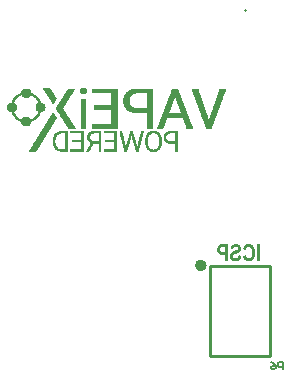
<source format=gbo>
G04 Layer_Color=32896*
%FSLAX44Y44*%
%MOMM*%
G71*
G01*
G75*
%ADD49C,0.1500*%
%ADD53C,0.5080*%
%ADD54C,0.2540*%
%ADD55C,0.0254*%
G36*
X639304Y322627D02*
X636934D01*
Y328023D01*
X635009D01*
X634649Y328044D01*
X634311Y328065D01*
X634014Y328086D01*
X633739Y328129D01*
X633507Y328150D01*
X633274Y328192D01*
X633083Y328234D01*
X632914Y328277D01*
X632766Y328319D01*
X632660Y328340D01*
X632555Y328382D01*
X632470Y328404D01*
X632428Y328425D01*
X632385Y328446D01*
X632068Y328636D01*
X631772Y328848D01*
X631518Y329102D01*
X631306Y329334D01*
X631137Y329546D01*
X631010Y329737D01*
X630925Y329864D01*
X630904Y329885D01*
Y329906D01*
X630714Y330329D01*
X630566Y330752D01*
X630460Y331196D01*
X630375Y331598D01*
X630333Y331958D01*
Y332127D01*
X630312Y332254D01*
Y332360D01*
Y332445D01*
Y332487D01*
Y332508D01*
X630333Y333122D01*
X630418Y333672D01*
X630523Y334137D01*
X630650Y334539D01*
X630735Y334730D01*
X630798Y334878D01*
X630841Y335005D01*
X630904Y335111D01*
X630947Y335195D01*
X630989Y335259D01*
X631010Y335280D01*
Y335301D01*
X631285Y335682D01*
X631560Y335978D01*
X631856Y336232D01*
X632110Y336423D01*
X632364Y336549D01*
X632555Y336655D01*
X632682Y336698D01*
X632703Y336719D01*
X632724D01*
X632872Y336761D01*
X633041Y336782D01*
X633232Y336824D01*
X633443Y336846D01*
X633887Y336888D01*
X634374Y336909D01*
X634797Y336930D01*
X639304D01*
Y322627D01*
D02*
G37*
G36*
X646582Y337142D02*
X647048Y337078D01*
X647429Y337015D01*
X647767Y336930D01*
X648042Y336824D01*
X648254Y336761D01*
X648381Y336698D01*
X648402Y336676D01*
X648423D01*
X648762Y336486D01*
X649037Y336253D01*
X649291Y336021D01*
X649502Y335788D01*
X649671Y335576D01*
X649777Y335407D01*
X649862Y335301D01*
X649883Y335280D01*
Y335259D01*
X650052Y334899D01*
X650179Y334539D01*
X650285Y334180D01*
X650349Y333862D01*
X650391Y333587D01*
X650412Y333355D01*
Y333270D01*
Y333206D01*
Y333185D01*
Y333164D01*
X650391Y332804D01*
X650349Y332445D01*
X650285Y332127D01*
X650201Y331852D01*
X650137Y331620D01*
X650073Y331429D01*
X650031Y331323D01*
X650010Y331281D01*
X649841Y330964D01*
X649650Y330689D01*
X649460Y330456D01*
X649291Y330266D01*
X649121Y330096D01*
X648994Y329990D01*
X648910Y329906D01*
X648889Y329885D01*
X648592Y329694D01*
X648254Y329504D01*
X647873Y329334D01*
X647513Y329186D01*
X647175Y329059D01*
X647048Y329017D01*
X646921Y328975D01*
X646815Y328932D01*
X646730Y328911D01*
X646688Y328890D01*
X646667D01*
X646371Y328806D01*
X646096Y328721D01*
X645842Y328636D01*
X645630Y328552D01*
X645419Y328488D01*
X645249Y328425D01*
X645101Y328382D01*
X644974Y328340D01*
X644784Y328256D01*
X644636Y328192D01*
X644572Y328171D01*
X644551Y328150D01*
X644403Y328065D01*
X644255Y327980D01*
X644149Y327875D01*
X644065Y327790D01*
X643938Y327663D01*
X643895Y327621D01*
Y327599D01*
X643811Y327473D01*
X643768Y327324D01*
X643684Y327071D01*
Y326944D01*
X643663Y326859D01*
Y326796D01*
Y326774D01*
X643684Y326478D01*
X643768Y326203D01*
X643853Y325970D01*
X643980Y325759D01*
X644086Y325611D01*
X644192Y325484D01*
X644276Y325399D01*
X644297Y325378D01*
X644551Y325187D01*
X644826Y325061D01*
X645101Y324955D01*
X645355Y324891D01*
X645609Y324849D01*
X645799Y324828D01*
X645969D01*
X646350Y324849D01*
X646709Y324955D01*
X647006Y325082D01*
X647281Y325251D01*
X647534Y325463D01*
X647746Y325695D01*
X647915Y325949D01*
X648064Y326203D01*
X648190Y326457D01*
X648296Y326711D01*
X648381Y326944D01*
X648444Y327155D01*
X648487Y327324D01*
X648508Y327451D01*
X648529Y327557D01*
Y327578D01*
X650835Y327303D01*
X650772Y326859D01*
X650708Y326436D01*
X650602Y326055D01*
X650497Y325674D01*
X650349Y325336D01*
X650201Y325018D01*
X650052Y324743D01*
X649883Y324468D01*
X649693Y324214D01*
X649502Y323982D01*
X649100Y323601D01*
X648677Y323262D01*
X648254Y323008D01*
X647831Y322797D01*
X647429Y322649D01*
X647048Y322543D01*
X646709Y322479D01*
X646434Y322437D01*
X646223Y322395D01*
X646032D01*
X645588Y322416D01*
X645186Y322458D01*
X644805Y322500D01*
X644445Y322585D01*
X644128Y322691D01*
X643832Y322797D01*
X643557Y322902D01*
X643324Y323029D01*
X643134Y323135D01*
X642943Y323241D01*
X642795Y323347D01*
X642668Y323452D01*
X642583Y323537D01*
X642520Y323579D01*
X642478Y323622D01*
X642457Y323643D01*
X642245Y323897D01*
X642076Y324151D01*
X641906Y324405D01*
X641779Y324659D01*
X641568Y325187D01*
X641441Y325695D01*
X641399Y325907D01*
X641356Y326119D01*
X641335Y326309D01*
X641314Y326457D01*
X641293Y326605D01*
Y326690D01*
Y326753D01*
Y326774D01*
X641314Y327240D01*
X641356Y327663D01*
X641420Y328044D01*
X641504Y328361D01*
X641589Y328615D01*
X641653Y328806D01*
X641695Y328932D01*
X641716Y328975D01*
X641885Y329292D01*
X642076Y329588D01*
X642287Y329842D01*
X642478Y330054D01*
X642668Y330223D01*
X642816Y330329D01*
X642901Y330414D01*
X642943Y330435D01*
X643091Y330541D01*
X643282Y330646D01*
X643684Y330858D01*
X644107Y331027D01*
X644530Y331196D01*
X644911Y331344D01*
X645080Y331387D01*
X645228Y331450D01*
X645355Y331493D01*
X645440Y331514D01*
X645503Y331535D01*
X645525D01*
X645821Y331620D01*
X646096Y331704D01*
X646350Y331789D01*
X646561Y331874D01*
X646773Y331958D01*
X646942Y332022D01*
X647090Y332106D01*
X647238Y332170D01*
X647450Y332276D01*
X647577Y332360D01*
X647662Y332402D01*
X647683Y332424D01*
X647831Y332572D01*
X647958Y332741D01*
X648042Y332889D01*
X648085Y333037D01*
X648127Y333185D01*
X648148Y333291D01*
Y333355D01*
Y333376D01*
X648127Y333587D01*
X648064Y333778D01*
X647979Y333947D01*
X647894Y334095D01*
X647810Y334222D01*
X647725Y334307D01*
X647662Y334349D01*
X647640Y334370D01*
X647429Y334497D01*
X647175Y334603D01*
X646942Y334666D01*
X646709Y334730D01*
X646498Y334751D01*
X646307Y334772D01*
X646159D01*
X645821Y334751D01*
X645525Y334709D01*
X645271Y334624D01*
X645059Y334539D01*
X644890Y334455D01*
X644763Y334370D01*
X644699Y334328D01*
X644678Y334307D01*
X644488Y334095D01*
X644340Y333862D01*
X644234Y333587D01*
X644128Y333333D01*
X644065Y333079D01*
X644022Y332889D01*
X644001Y332804D01*
X643980Y332741D01*
Y332720D01*
Y332699D01*
X641610Y332826D01*
X641631Y333206D01*
X641695Y333566D01*
X641758Y333884D01*
X641843Y334201D01*
X641928Y334476D01*
X642033Y334751D01*
X642160Y334984D01*
X642266Y335195D01*
X642372Y335386D01*
X642478Y335555D01*
X642583Y335703D01*
X642668Y335809D01*
X642753Y335894D01*
X642816Y335978D01*
X642837Y335999D01*
X642859Y336021D01*
X643091Y336232D01*
X643324Y336401D01*
X643599Y336549D01*
X643853Y336676D01*
X644403Y336888D01*
X644911Y337015D01*
X645165Y337078D01*
X645376Y337100D01*
X645588Y337121D01*
X645757Y337142D01*
X645905Y337163D01*
X646096D01*
X646582Y337142D01*
D02*
G37*
G36*
X666683Y322627D02*
X664313D01*
Y336930D01*
X666683D01*
Y322627D01*
D02*
G37*
G36*
X657415Y337142D02*
X657839Y337078D01*
X658219Y336994D01*
X658600Y336888D01*
X658939Y336740D01*
X659256Y336592D01*
X659552Y336423D01*
X659806Y336274D01*
X660039Y336105D01*
X660251Y335936D01*
X660420Y335788D01*
X660568Y335640D01*
X660674Y335534D01*
X660758Y335449D01*
X660801Y335386D01*
X660822Y335365D01*
X661118Y334963D01*
X661372Y334518D01*
X661584Y334074D01*
X661774Y333609D01*
X661943Y333122D01*
X662070Y332656D01*
X662176Y332191D01*
X662261Y331725D01*
X662324Y331302D01*
X662388Y330921D01*
X662430Y330562D01*
X662451Y330244D01*
Y330012D01*
X662472Y329821D01*
Y329694D01*
Y329673D01*
Y329652D01*
X662451Y329017D01*
X662409Y328425D01*
X662324Y327853D01*
X662218Y327324D01*
X662091Y326838D01*
X661964Y326394D01*
X661816Y325970D01*
X661647Y325611D01*
X661499Y325272D01*
X661351Y324976D01*
X661224Y324722D01*
X661097Y324532D01*
X660991Y324362D01*
X660907Y324235D01*
X660864Y324172D01*
X660843Y324151D01*
X660568Y323833D01*
X660272Y323579D01*
X659976Y323347D01*
X659658Y323135D01*
X659341Y322966D01*
X659045Y322818D01*
X658748Y322712D01*
X658452Y322606D01*
X658177Y322543D01*
X657923Y322479D01*
X657691Y322458D01*
X657500Y322416D01*
X657331D01*
X657225Y322395D01*
X657119D01*
X656781Y322416D01*
X656463Y322437D01*
X655871Y322564D01*
X655342Y322733D01*
X655109Y322839D01*
X654898Y322945D01*
X654707Y323050D01*
X654538Y323156D01*
X654390Y323241D01*
X654284Y323326D01*
X654178Y323389D01*
X654115Y323452D01*
X654072Y323474D01*
X654051Y323495D01*
X653819Y323728D01*
X653607Y323960D01*
X653247Y324510D01*
X652930Y325103D01*
X652676Y325674D01*
X652570Y325949D01*
X652486Y326203D01*
X652422Y326436D01*
X652359Y326626D01*
X652316Y326796D01*
X652274Y326922D01*
X652253Y327007D01*
Y327028D01*
X654559Y327917D01*
X654686Y327346D01*
X654855Y326880D01*
X655003Y326478D01*
X655173Y326161D01*
X655321Y325907D01*
X655448Y325738D01*
X655532Y325632D01*
X655554Y325589D01*
X655807Y325357D01*
X656082Y325166D01*
X656357Y325039D01*
X656611Y324955D01*
X656823Y324912D01*
X657013Y324891D01*
X657119Y324870D01*
X657161D01*
X657394Y324891D01*
X657606Y324912D01*
X658029Y325039D01*
X658367Y325230D01*
X658664Y325441D01*
X658918Y325632D01*
X659087Y325822D01*
X659193Y325949D01*
X659235Y325970D01*
Y325992D01*
X659362Y326224D01*
X659489Y326478D01*
X659595Y326774D01*
X659679Y327071D01*
X659827Y327705D01*
X659912Y328340D01*
X659954Y328636D01*
X659976Y328911D01*
X659997Y329165D01*
Y329377D01*
X660018Y329567D01*
Y329694D01*
Y329800D01*
Y329821D01*
Y330287D01*
X659976Y330731D01*
X659933Y331133D01*
X659891Y331493D01*
X659827Y331831D01*
X659764Y332149D01*
X659700Y332424D01*
X659616Y332656D01*
X659531Y332868D01*
X659468Y333058D01*
X659404Y333206D01*
X659341Y333333D01*
X659277Y333418D01*
X659256Y333503D01*
X659214Y333524D01*
Y333545D01*
X659045Y333757D01*
X658875Y333926D01*
X658706Y334074D01*
X658537Y334201D01*
X658177Y334412D01*
X657839Y334539D01*
X657542Y334624D01*
X657310Y334666D01*
X657225Y334688D01*
X657098D01*
X656759Y334666D01*
X656463Y334582D01*
X656209Y334497D01*
X655977Y334370D01*
X655786Y334264D01*
X655638Y334159D01*
X655554Y334074D01*
X655532Y334053D01*
X655300Y333799D01*
X655109Y333524D01*
X654940Y333228D01*
X654813Y332931D01*
X654728Y332677D01*
X654665Y332466D01*
X654644Y332381D01*
Y332318D01*
X654622Y332297D01*
Y332276D01*
X652274Y332953D01*
X652359Y333291D01*
X652464Y333609D01*
X652570Y333905D01*
X652676Y334201D01*
X652803Y334455D01*
X652909Y334688D01*
X653036Y334878D01*
X653141Y335068D01*
X653247Y335238D01*
X653353Y335386D01*
X653438Y335513D01*
X653522Y335619D01*
X653586Y335682D01*
X653628Y335746D01*
X653649Y335788D01*
X653670D01*
X653924Y336021D01*
X654199Y336232D01*
X654474Y336423D01*
X654750Y336592D01*
X655024Y336719D01*
X655300Y336824D01*
X655828Y336994D01*
X656061Y337057D01*
X656273Y337100D01*
X656463Y337121D01*
X656633Y337142D01*
X656781Y337163D01*
X656971D01*
X657415Y337142D01*
D02*
G37*
%LPC*%
G36*
X636934Y334518D02*
X635284D01*
X635072Y334497D01*
X634861D01*
X634522Y334476D01*
X634268Y334434D01*
X634078Y334412D01*
X633951Y334370D01*
X633887Y334349D01*
X633866D01*
X633697Y334264D01*
X633549Y334180D01*
X633422Y334053D01*
X633295Y333947D01*
X633210Y333841D01*
X633147Y333757D01*
X633105Y333693D01*
X633083Y333672D01*
X632978Y333481D01*
X632893Y333270D01*
X632851Y333079D01*
X632808Y332889D01*
X632787Y332720D01*
X632766Y332593D01*
Y332508D01*
Y332466D01*
X632787Y332212D01*
X632808Y331979D01*
X632872Y331789D01*
X632914Y331620D01*
X632978Y331471D01*
X633041Y331366D01*
X633062Y331302D01*
X633083Y331281D01*
X633210Y331112D01*
X633337Y330964D01*
X633464Y330858D01*
X633591Y330752D01*
X633697Y330689D01*
X633782Y330646D01*
X633845Y330604D01*
X633866D01*
X634078Y330541D01*
X634332Y330498D01*
X634628Y330477D01*
X634924Y330456D01*
X635199Y330435D01*
X636934D01*
Y334518D01*
D02*
G37*
%LPD*%
D49*
X685841Y231224D02*
Y237222D01*
X682841D01*
X681842Y236222D01*
Y234223D01*
X682841Y233223D01*
X685841D01*
X675844Y237222D02*
X677843Y236222D01*
X679842Y234223D01*
Y232224D01*
X678843Y231224D01*
X676843D01*
X675844Y232224D01*
Y233223D01*
X676843Y234223D01*
X679842D01*
D53*
X619005Y318897D02*
G03*
X619005Y318897I-2540J0D01*
G01*
D54*
X624085Y242697D02*
X674885D01*
Y318897D01*
X624085D02*
X674885D01*
X624085Y242697D02*
Y318897D01*
X653622Y535098D02*
X653640Y535080D01*
D55*
X515695Y469232D02*
X517473D01*
X515187Y468978D02*
X518235D01*
X483183D02*
X488263D01*
X632535Y468724D02*
X637107D01*
X608659D02*
X613485D01*
X592403D02*
X596213D01*
X560145D02*
X575131D01*
X524331D02*
X545159D01*
X514933D02*
X518489D01*
X504011D02*
X509345D01*
X483183D02*
X488517D01*
X466927D02*
X469467D01*
X632281Y468470D02*
X637107D01*
X608659D02*
X613485D01*
X592149D02*
X596467D01*
X558875D02*
X575131D01*
X524331D02*
X545159D01*
X514679D02*
X518743D01*
X504011D02*
X509091D01*
X483437D02*
X488771D01*
X466419D02*
X470229D01*
X632281Y468216D02*
X637107D01*
X608913D02*
X613485D01*
X592149D02*
X596467D01*
X557859D02*
X575131D01*
X524331D02*
X545159D01*
X514425D02*
X518743D01*
X503757D02*
X508837D01*
X483691D02*
X488771D01*
X465911D02*
X470483D01*
X632281Y467962D02*
X636853D01*
X608913D02*
X613739D01*
X592149D02*
X596467D01*
X557097D02*
X575131D01*
X524331D02*
X545159D01*
X514425D02*
X518997D01*
X503757D02*
X508837D01*
X483691D02*
X489025D01*
X465657D02*
X470737D01*
X632027Y467708D02*
X636853D01*
X608913D02*
X613739D01*
X591895D02*
X596721D01*
X556589D02*
X575131D01*
X524331D02*
X545159D01*
X514171D02*
X518997D01*
X503503D02*
X508583D01*
X483945D02*
X489025D01*
X465403D02*
X470991D01*
X632027Y467454D02*
X636853D01*
X609167D02*
X613993D01*
X591895D02*
X596721D01*
X556081D02*
X575131D01*
X524331D02*
X545159D01*
X514171D02*
X518997D01*
X503249D02*
X508329D01*
X483945D02*
X489279D01*
X465149D02*
X471245D01*
X632027Y467200D02*
X636599D01*
X609167D02*
X613993D01*
X591641D02*
X596975D01*
X555573D02*
X575131D01*
X524331D02*
X545159D01*
X514171D02*
X518997D01*
X503249D02*
X508329D01*
X484199D02*
X489533D01*
X465149D02*
X471499D01*
X631773Y466946D02*
X636599D01*
X609421D02*
X613993D01*
X591641D02*
X596975D01*
X555065D02*
X575131D01*
X524331D02*
X545159D01*
X514171D02*
X519251D01*
X502995D02*
X508075D01*
X484453D02*
X489533D01*
X464895D02*
X471499D01*
X631773Y466692D02*
X636345D01*
X609421D02*
X614247D01*
X591641D02*
X596975D01*
X554811D02*
X575131D01*
X524331D02*
X545159D01*
X514171D02*
X518997D01*
X502741D02*
X507821D01*
X484453D02*
X489787D01*
X464895D02*
X471753D01*
X631773Y466438D02*
X636345D01*
X609421D02*
X614247D01*
X591387D02*
X597229D01*
X554557D02*
X575131D01*
X524331D02*
X545159D01*
X514171D02*
X518997D01*
X502741D02*
X507821D01*
X484707D02*
X490041D01*
X464641D02*
X471753D01*
X631519Y466184D02*
X636345D01*
X609675D02*
X614247D01*
X591387D02*
X597229D01*
X554049D02*
X575131D01*
X524331D02*
X545159D01*
X514171D02*
X518997D01*
X502487D02*
X507567D01*
X484961D02*
X490041D01*
X464641D02*
X472007D01*
X631519Y465930D02*
X636091D01*
X609675D02*
X614501D01*
X591133D02*
X597483D01*
X553795D02*
X575131D01*
X524331D02*
X545159D01*
X514425D02*
X518997D01*
X502233D02*
X507567D01*
X484961D02*
X490295D01*
X464641D02*
X472007D01*
X631519Y465676D02*
X636091D01*
X609675D02*
X614501D01*
X591133D02*
X597483D01*
X553541D02*
X575131D01*
X524331D02*
X545159D01*
X514425D02*
X518743D01*
X502233D02*
X507313D01*
X485215D02*
X490295D01*
X464387D02*
X472007D01*
X631265Y465422D02*
X636091D01*
X609929D02*
X614501D01*
X591133D02*
X597483D01*
X553287D02*
X575131D01*
X524331D02*
X545159D01*
X514679D02*
X518743D01*
X501979D02*
X507059D01*
X485469D02*
X490549D01*
X464387D02*
X472007D01*
X631265Y465168D02*
X635837D01*
X609929D02*
X614755D01*
X590879D02*
X597737D01*
X570559D02*
X575131D01*
X553287D02*
X560907D01*
X540841D02*
X545159D01*
X514933D02*
X518489D01*
X501979D02*
X507059D01*
X485469D02*
X490803D01*
X464387D02*
X472261D01*
X631011Y464914D02*
X635837D01*
X610183D02*
X614755D01*
X590879D02*
X597737D01*
X570559D02*
X575131D01*
X553033D02*
X559891D01*
X540841D02*
X545159D01*
X515187D02*
X518235D01*
X501725D02*
X506805D01*
X485723D02*
X490803D01*
X463625D02*
X472769D01*
X631011Y464660D02*
X635583D01*
X610183D02*
X614755D01*
X590879D02*
X597737D01*
X570559D02*
X575131D01*
X552779D02*
X559129D01*
X540841D02*
X545159D01*
X515695D02*
X517473D01*
X501471D02*
X506551D01*
X485977D02*
X491057D01*
X463117D02*
X473531D01*
X631011Y464406D02*
X635583D01*
X610183D02*
X615009D01*
X590625D02*
X597991D01*
X570559D02*
X575131D01*
X552525D02*
X558621D01*
X540841D02*
X545159D01*
X501471D02*
X506551D01*
X485977D02*
X491311D01*
X462609D02*
X474039D01*
X630757Y464152D02*
X635583D01*
X610437D02*
X615009D01*
X590625D02*
X597991D01*
X570559D02*
X575131D01*
X552525D02*
X558113D01*
X540841D02*
X545159D01*
X501217D02*
X506297D01*
X486231D02*
X491311D01*
X462101D02*
X474547D01*
X630757Y463898D02*
X635329D01*
X610437D02*
X615009D01*
X590371D02*
X598245D01*
X570559D02*
X575131D01*
X552271D02*
X557859D01*
X540841D02*
X545159D01*
X500963D02*
X506043D01*
X486231D02*
X491565D01*
X472261D02*
X474801D01*
X464641D02*
X471753D01*
X461593D02*
X464387D01*
X630757Y463644D02*
X635329D01*
X610437D02*
X615263D01*
X590371D02*
X598245D01*
X570559D02*
X575131D01*
X552271D02*
X557351D01*
X540841D02*
X545159D01*
X500963D02*
X506043D01*
X486485D02*
X491565D01*
X472769D02*
X475309D01*
X464895D02*
X471753D01*
X461339D02*
X463625D01*
X630503Y463390D02*
X635329D01*
X610691D02*
X615263D01*
X590371D02*
X598245D01*
X570559D02*
X575131D01*
X552017D02*
X557097D01*
X540841D02*
X545159D01*
X500709D02*
X505789D01*
X486739D02*
X491819D01*
X473277D02*
X475563D01*
X464895D02*
X471499D01*
X460831D02*
X463117D01*
X630503Y463136D02*
X635075D01*
X610691D02*
X615263D01*
X594435D02*
X598499D01*
X590117D02*
X594181D01*
X570559D02*
X575131D01*
X551763D02*
X556843D01*
X540841D02*
X545159D01*
X500455D02*
X505789D01*
X486739D02*
X492073D01*
X473785D02*
X476071D01*
X465149D02*
X471499D01*
X460577D02*
X462609D01*
X630503Y462882D02*
X635075D01*
X610945D02*
X615517D01*
X594435D02*
X598499D01*
X590117D02*
X594181D01*
X570559D02*
X575131D01*
X551763D02*
X556589D01*
X540841D02*
X545159D01*
X500455D02*
X505535D01*
X486993D02*
X492073D01*
X474293D02*
X476325D01*
X465149D02*
X471245D01*
X460323D02*
X462355D01*
X630249Y462628D02*
X634821D01*
X610945D02*
X615517D01*
X594689D02*
X598753D01*
X589863D02*
X593927D01*
X570559D02*
X575131D01*
X551763D02*
X556589D01*
X540841D02*
X545159D01*
X500201D02*
X505281D01*
X487247D02*
X492327D01*
X474801D02*
X476579D01*
X465403D02*
X470991D01*
X459815D02*
X461847D01*
X630249Y462374D02*
X634821D01*
X610945D02*
X615517D01*
X594689D02*
X598753D01*
X589863D02*
X593927D01*
X570559D02*
X575131D01*
X551509D02*
X556335D01*
X540841D02*
X545159D01*
X500201D02*
X505281D01*
X487247D02*
X492581D01*
X475055D02*
X476833D01*
X465657D02*
X470737D01*
X459561D02*
X461593D01*
X630249Y462120D02*
X634821D01*
X611199D02*
X615771D01*
X594689D02*
X598753D01*
X589863D02*
X593673D01*
X570559D02*
X575131D01*
X551509D02*
X556335D01*
X540841D02*
X545159D01*
X499947D02*
X505027D01*
X487501D02*
X492581D01*
X475309D02*
X477087D01*
X466165D02*
X470483D01*
X459307D02*
X461085D01*
X629995Y461866D02*
X634567D01*
X611199D02*
X615771D01*
X594943D02*
X599007D01*
X589609D02*
X593673D01*
X570559D02*
X575131D01*
X551509D02*
X556081D01*
X540841D02*
X545159D01*
X499693D02*
X504773D01*
X487755D02*
X492835D01*
X475563D02*
X477341D01*
X466419D02*
X469975D01*
X459053D02*
X460831D01*
X629995Y461612D02*
X634567D01*
X611199D02*
X616025D01*
X594943D02*
X599007D01*
X589609D02*
X593673D01*
X570559D02*
X575131D01*
X551255D02*
X555827D01*
X540841D02*
X545159D01*
X499693D02*
X504773D01*
X487755D02*
X492835D01*
X476071D02*
X477595D01*
X466927D02*
X469467D01*
X458799D02*
X460577D01*
X629995Y461358D02*
X634567D01*
X611453D02*
X616025D01*
X595197D02*
X599007D01*
X589609D02*
X593419D01*
X570559D02*
X575131D01*
X551255D02*
X555827D01*
X540841D02*
X545159D01*
X499439D02*
X504519D01*
X488009D02*
X493089D01*
X476325D02*
X477849D01*
X458545D02*
X460323D01*
X629741Y461104D02*
X634313D01*
X611453D02*
X616025D01*
X595197D02*
X599261D01*
X589355D02*
X593419D01*
X570559D02*
X575131D01*
X551255D02*
X555827D01*
X540841D02*
X545159D01*
X499185D02*
X504265D01*
X488009D02*
X493343D01*
X476579D02*
X478103D01*
X458545D02*
X460069D01*
X629741Y460850D02*
X634313D01*
X611707D02*
X616279D01*
X595197D02*
X599261D01*
X589355D02*
X593419D01*
X570559D02*
X575131D01*
X551255D02*
X555573D01*
X540841D02*
X545159D01*
X499185D02*
X504265D01*
X488263D02*
X493343D01*
X476833D02*
X478357D01*
X458291D02*
X459815D01*
X629741Y460596D02*
X634059D01*
X611707D02*
X616279D01*
X595451D02*
X599515D01*
X589101D02*
X593165D01*
X570559D02*
X575131D01*
X551001D02*
X555573D01*
X540841D02*
X545159D01*
X498931D02*
X504011D01*
X488517D02*
X493597D01*
X477087D02*
X478357D01*
X458037D02*
X459561D01*
X629487Y460342D02*
X634059D01*
X611707D02*
X616279D01*
X595451D02*
X599515D01*
X589101D02*
X593165D01*
X570559D02*
X575131D01*
X551001D02*
X555573D01*
X540841D02*
X545159D01*
X498677D02*
X503757D01*
X488517D02*
X493597D01*
X477087D02*
X478611D01*
X457783D02*
X459307D01*
X629487Y460088D02*
X634059D01*
X611961D02*
X616533D01*
X595451D02*
X599515D01*
X589101D02*
X593165D01*
X570559D02*
X575131D01*
X551001D02*
X555573D01*
X540841D02*
X545159D01*
X514679D02*
X518743D01*
X498677D02*
X503757D01*
X488771D02*
X493343D01*
X477341D02*
X478865D01*
X457783D02*
X459053D01*
X629487Y459834D02*
X633805D01*
X611961D02*
X616533D01*
X595705D02*
X599769D01*
X588847D02*
X592911D01*
X570559D02*
X575131D01*
X551001D02*
X555573D01*
X540841D02*
X545159D01*
X514679D02*
X518743D01*
X498423D02*
X503503D01*
X489025D02*
X493343D01*
X477595D02*
X479119D01*
X457529D02*
X459053D01*
X629233Y459580D02*
X633805D01*
X611961D02*
X616533D01*
X595705D02*
X599769D01*
X588847D02*
X592911D01*
X570559D02*
X575131D01*
X551001D02*
X555319D01*
X540841D02*
X545159D01*
X514679D02*
X518743D01*
X498423D02*
X503503D01*
X489025D02*
X493089D01*
X477849D02*
X479119D01*
X457275D02*
X458799D01*
X629233Y459326D02*
X633805D01*
X612215D02*
X616787D01*
X595705D02*
X599769D01*
X588593D02*
X592657D01*
X570559D02*
X575131D01*
X551001D02*
X555319D01*
X540841D02*
X545159D01*
X514679D02*
X518743D01*
X498169D02*
X503249D01*
X489279D02*
X493089D01*
X477849D02*
X479373D01*
X457275D02*
X458545D01*
X629233Y459072D02*
X633551D01*
X612215D02*
X616787D01*
X595959D02*
X600023D01*
X588593D02*
X592657D01*
X570559D02*
X575131D01*
X551001D02*
X555319D01*
X540841D02*
X545159D01*
X514679D02*
X518743D01*
X497915D02*
X502995D01*
X489533D02*
X492835D01*
X478103D02*
X479373D01*
X457021D02*
X458545D01*
X628979Y458818D02*
X633551D01*
X612215D02*
X616787D01*
X595959D02*
X600023D01*
X588593D02*
X592657D01*
X570559D02*
X575131D01*
X551001D02*
X555319D01*
X540841D02*
X545159D01*
X514679D02*
X518743D01*
X497915D02*
X502995D01*
X489533D02*
X492581D01*
X478103D02*
X479627D01*
X457021D02*
X458291D01*
X628979Y458564D02*
X633551D01*
X612469D02*
X617041D01*
X596213D02*
X600277D01*
X588339D02*
X592403D01*
X570559D02*
X575131D01*
X551001D02*
X555319D01*
X540841D02*
X545159D01*
X514679D02*
X518743D01*
X497661D02*
X502741D01*
X489787D02*
X492581D01*
X478357D02*
X479627D01*
X456767D02*
X458291D01*
X628725Y458310D02*
X633297D01*
X612469D02*
X617041D01*
X596213D02*
X600277D01*
X588339D02*
X592403D01*
X570559D02*
X575131D01*
X551001D02*
X555319D01*
X540841D02*
X545159D01*
X514679D02*
X518743D01*
X497407D02*
X502487D01*
X490041D02*
X492327D01*
X478611D02*
X479881D01*
X456767D02*
X458037D01*
X628725Y458056D02*
X633297D01*
X612723D02*
X617041D01*
X596213D02*
X600277D01*
X588339D02*
X592403D01*
X570559D02*
X575131D01*
X551001D02*
X555319D01*
X540841D02*
X545159D01*
X514679D02*
X518743D01*
X497407D02*
X502487D01*
X490041D02*
X492073D01*
X478611D02*
X479881D01*
X456513D02*
X457783D01*
X628725Y457802D02*
X633043D01*
X612723D02*
X617295D01*
X596467D02*
X600531D01*
X588085D02*
X592149D01*
X570559D02*
X575131D01*
X551001D02*
X555319D01*
X540841D02*
X545159D01*
X514679D02*
X518743D01*
X497153D02*
X502233D01*
X490295D02*
X492073D01*
X478611D02*
X480135D01*
X456513D02*
X457783D01*
X628471Y457548D02*
X633043D01*
X612723D02*
X617295D01*
X596467D02*
X600531D01*
X588085D02*
X592149D01*
X570559D02*
X575131D01*
X551001D02*
X555319D01*
X540841D02*
X545159D01*
X514679D02*
X518743D01*
X496899D02*
X501979D01*
X490295D02*
X491819D01*
X478865D02*
X480135D01*
X456513D02*
X457783D01*
X628471Y457294D02*
X633043D01*
X612977D02*
X617295D01*
X596467D02*
X600785D01*
X587831D02*
X592149D01*
X570559D02*
X575131D01*
X551001D02*
X555573D01*
X540841D02*
X545159D01*
X514679D02*
X518743D01*
X496899D02*
X501979D01*
X490549D02*
X491819D01*
X478865D02*
X480135D01*
X456259D02*
X457529D01*
X628471Y457040D02*
X632789D01*
X612977D02*
X617549D01*
X596721D02*
X600785D01*
X587831D02*
X591895D01*
X570559D02*
X575131D01*
X551001D02*
X555573D01*
X540841D02*
X545159D01*
X514679D02*
X518743D01*
X496645D02*
X501725D01*
X490803D02*
X491565D01*
X479119D02*
X480389D01*
X456259D02*
X457529D01*
X628217Y456786D02*
X632789D01*
X612977D02*
X617549D01*
X596721D02*
X600785D01*
X587831D02*
X591895D01*
X570559D02*
X575131D01*
X551001D02*
X555573D01*
X540841D02*
X545159D01*
X514679D02*
X518743D01*
X496645D02*
X501471D01*
X490803D02*
X491311D01*
X479119D02*
X481405D01*
X454989D02*
X457529D01*
X628217Y456532D02*
X632789D01*
X613231D02*
X617549D01*
X596975D02*
X601039D01*
X587577D02*
X591641D01*
X570559D02*
X575131D01*
X551255D02*
X555573D01*
X540841D02*
X545159D01*
X514679D02*
X518743D01*
X496391D02*
X501471D01*
X491057D02*
X491311D01*
X478611D02*
X482167D01*
X454481D02*
X458037D01*
X628217Y456278D02*
X632535D01*
X613231D02*
X617803D01*
X596975D02*
X601039D01*
X587577D02*
X591641D01*
X570559D02*
X575131D01*
X551255D02*
X555573D01*
X540841D02*
X545159D01*
X514679D02*
X518743D01*
X496137D02*
X501217D01*
X478103D02*
X482421D01*
X453973D02*
X458291D01*
X627963Y456024D02*
X632535D01*
X613485D02*
X617803D01*
X596975D02*
X601039D01*
X587323D02*
X591641D01*
X570559D02*
X575131D01*
X551255D02*
X555827D01*
X540841D02*
X545159D01*
X514679D02*
X518743D01*
X496137D02*
X501217D01*
X477849D02*
X482929D01*
X453719D02*
X458799D01*
X627963Y455770D02*
X632281D01*
X613485D02*
X618057D01*
X597229D02*
X601293D01*
X587323D02*
X591387D01*
X570559D02*
X575131D01*
X551255D02*
X555827D01*
X540841D02*
X545159D01*
X514679D02*
X518743D01*
X495883D02*
X500963D01*
X477595D02*
X483183D01*
X453465D02*
X459053D01*
X627963Y455516D02*
X632281D01*
X613485D02*
X618057D01*
X597229D02*
X601293D01*
X587323D02*
X591387D01*
X570559D02*
X575131D01*
X551255D02*
X556081D01*
X540841D02*
X545159D01*
X514679D02*
X518743D01*
X495629D02*
X500709D01*
X477341D02*
X483183D01*
X453211D02*
X459307D01*
X627709Y455262D02*
X632281D01*
X613739D02*
X618057D01*
X597229D02*
X601547D01*
X587069D02*
X591387D01*
X570559D02*
X575131D01*
X551509D02*
X556081D01*
X540841D02*
X545159D01*
X514679D02*
X518743D01*
X495629D02*
X500709D01*
X477087D02*
X483437D01*
X452957D02*
X459307D01*
X627709Y455008D02*
X632027D01*
X613739D02*
X618311D01*
X597483D02*
X601547D01*
X587069D02*
X591133D01*
X570559D02*
X575131D01*
X551509D02*
X556335D01*
X540841D02*
X545159D01*
X514679D02*
X518743D01*
X495375D02*
X500455D01*
X477087D02*
X483691D01*
X452957D02*
X459561D01*
X627709Y454754D02*
X632027D01*
X613739D02*
X618311D01*
X597483D02*
X601547D01*
X587069D02*
X591133D01*
X570559D02*
X575131D01*
X551509D02*
X556589D01*
X540841D02*
X545159D01*
X514679D02*
X518743D01*
X495121D02*
X500201D01*
X476833D02*
X483691D01*
X452703D02*
X459561D01*
X627455Y454500D02*
X632027D01*
X613993D02*
X618311D01*
X597483D02*
X601801D01*
X586815D02*
X591133D01*
X570559D02*
X575131D01*
X551763D02*
X556589D01*
X526363D02*
X545159D01*
X514679D02*
X518743D01*
X495121D02*
X500201D01*
X476833D02*
X483945D01*
X452703D02*
X459815D01*
X627455Y454246D02*
X631773D01*
X613993D02*
X618565D01*
X597737D02*
X601801D01*
X586815D02*
X590879D01*
X570559D02*
X575131D01*
X551763D02*
X556843D01*
X526363D02*
X545159D01*
X514679D02*
X518743D01*
X494867D02*
X499947D01*
X476579D02*
X483945D01*
X452703D02*
X459815D01*
X627455Y453992D02*
X631773D01*
X614247D02*
X618565D01*
X597737D02*
X602055D01*
X586561D02*
X590879D01*
X570559D02*
X575131D01*
X552017D02*
X557097D01*
X526363D02*
X545159D01*
X514679D02*
X518743D01*
X494867D02*
X499693D01*
X476579D02*
X483945D01*
X452449D02*
X459815D01*
X627201Y453738D02*
X631519D01*
X614247D02*
X618565D01*
X597991D02*
X602055D01*
X586561D02*
X590625D01*
X570559D02*
X575131D01*
X552017D02*
X557351D01*
X526363D02*
X545159D01*
X514679D02*
X518743D01*
X494613D02*
X499693D01*
X476579D02*
X483945D01*
X452449D02*
X460069D01*
X627201Y453484D02*
X631519D01*
X614247D02*
X618819D01*
X597991D02*
X602055D01*
X586561D02*
X590625D01*
X570559D02*
X575131D01*
X552271D02*
X557859D01*
X526363D02*
X545159D01*
X514679D02*
X518743D01*
X494359D02*
X499439D01*
X476579D02*
X484199D01*
X452449D02*
X460069D01*
X627201Y453230D02*
X631519D01*
X614501D02*
X618819D01*
X597991D02*
X602309D01*
X586307D02*
X590625D01*
X570559D02*
X575131D01*
X552271D02*
X558113D01*
X526363D02*
X545159D01*
X514679D02*
X518743D01*
X494359D02*
X499439D01*
X476579D02*
X484199D01*
X452449D02*
X460069D01*
X626947Y452976D02*
X631265D01*
X614501D02*
X618819D01*
X598245D02*
X602309D01*
X586307D02*
X590371D01*
X570559D02*
X575131D01*
X552525D02*
X558621D01*
X526363D02*
X545159D01*
X514679D02*
X518743D01*
X494105D02*
X499185D01*
X476579D02*
X484199D01*
X452449D02*
X460069D01*
X626947Y452722D02*
X631265D01*
X614501D02*
X619073D01*
X598245D02*
X602309D01*
X586307D02*
X590371D01*
X570559D02*
X575131D01*
X552779D02*
X559129D01*
X526363D02*
X545159D01*
X514679D02*
X518743D01*
X493851D02*
X498931D01*
X476579D02*
X483945D01*
X452449D02*
X460069D01*
X626947Y452468D02*
X631265D01*
X614755D02*
X619073D01*
X598245D02*
X602563D01*
X586053D02*
X590371D01*
X570559D02*
X575131D01*
X552779D02*
X560145D01*
X526363D02*
X545159D01*
X514679D02*
X518743D01*
X493851D02*
X498931D01*
X476579D02*
X483945D01*
X452449D02*
X459815D01*
X626693Y452214D02*
X631011D01*
X614755D02*
X619073D01*
X598499D02*
X602563D01*
X586053D02*
X590117D01*
X570559D02*
X575131D01*
X553033D02*
X561923D01*
X526363D02*
X545159D01*
X514679D02*
X518743D01*
X493597D02*
X498931D01*
X476579D02*
X483945D01*
X452449D02*
X459815D01*
X626693Y451960D02*
X631011D01*
X615009D02*
X619327D01*
X598499D02*
X602817D01*
X585799D02*
X590117D01*
X553287D02*
X575131D01*
X526363D02*
X545159D01*
X514679D02*
X518743D01*
X493851D02*
X498931D01*
X476833D02*
X483945D01*
X452703D02*
X459815D01*
X626439Y451706D02*
X630757D01*
X615009D02*
X619327D01*
X598499D02*
X602817D01*
X585799D02*
X590117D01*
X553541D02*
X575131D01*
X526363D02*
X545159D01*
X514679D02*
X518743D01*
X494105D02*
X499185D01*
X476833D02*
X483691D01*
X452703D02*
X459815D01*
X626439Y451452D02*
X630757D01*
X615009D02*
X619327D01*
X598753D02*
X602817D01*
X585799D02*
X589863D01*
X553795D02*
X575131D01*
X526363D02*
X545159D01*
X514679D02*
X518743D01*
X494105D02*
X499439D01*
X476833D02*
X483691D01*
X452957D02*
X459561D01*
X626439Y451198D02*
X630757D01*
X615263D02*
X619581D01*
X598753D02*
X603071D01*
X585545D02*
X589863D01*
X554049D02*
X575131D01*
X526363D02*
X545159D01*
X514679D02*
X518743D01*
X494359D02*
X499439D01*
X477087D02*
X483437D01*
X452957D02*
X459307D01*
X626185Y450944D02*
X630503D01*
X615263D02*
X619581D01*
X599007D02*
X603071D01*
X585545D02*
X589609D01*
X554303D02*
X575131D01*
X540841D02*
X545159D01*
X514679D02*
X518743D01*
X494359D02*
X499693D01*
X477341D02*
X483437D01*
X453211D02*
X459307D01*
X626185Y450690D02*
X630503D01*
X615263D02*
X619581D01*
X599007D02*
X603325D01*
X585291D02*
X589609D01*
X554811D02*
X575131D01*
X540841D02*
X545159D01*
X514679D02*
X518743D01*
X494613D02*
X499947D01*
X477595D02*
X483183D01*
X453465D02*
X459053D01*
X626185Y450436D02*
X630503D01*
X615517D02*
X619835D01*
X599007D02*
X603325D01*
X585291D02*
X589609D01*
X555065D02*
X575131D01*
X540841D02*
X545159D01*
X514679D02*
X518743D01*
X494867D02*
X499947D01*
X477849D02*
X482929D01*
X453719D02*
X458799D01*
X625931Y450182D02*
X630249D01*
X615517D02*
X619835D01*
X599261D02*
X603325D01*
X585291D02*
X589355D01*
X555573D02*
X575131D01*
X540841D02*
X545159D01*
X514679D02*
X518743D01*
X494867D02*
X500201D01*
X478103D02*
X482675D01*
X453973D02*
X458545D01*
X625931Y449928D02*
X630249D01*
X615771D02*
X620089D01*
X599261D02*
X603579D01*
X585037D02*
X589355D01*
X556081D02*
X575131D01*
X540841D02*
X545159D01*
X514679D02*
X518743D01*
X495121D02*
X500455D01*
X478357D02*
X482167D01*
X454227D02*
X458037D01*
X625931Y449674D02*
X630249D01*
X615771D02*
X620089D01*
X599261D02*
X603579D01*
X585037D02*
X589355D01*
X556589D02*
X575131D01*
X540841D02*
X545159D01*
X514679D02*
X518743D01*
X495375D02*
X500455D01*
X478865D02*
X481659D01*
X454989D02*
X457529D01*
X625677Y449420D02*
X629995D01*
X615771D02*
X620089D01*
X599515D02*
X603579D01*
X585037D02*
X589101D01*
X557351D02*
X575131D01*
X540841D02*
X545159D01*
X514679D02*
X518743D01*
X495375D02*
X500709D01*
X479119D02*
X480643D01*
X456005D02*
X457529D01*
X625677Y449166D02*
X629995D01*
X616025D02*
X620343D01*
X599515D02*
X603833D01*
X584783D02*
X589101D01*
X558113D02*
X575131D01*
X540841D02*
X545159D01*
X514679D02*
X518743D01*
X495629D02*
X500709D01*
X478865D02*
X480135D01*
X456259D02*
X457529D01*
X625677Y448912D02*
X629741D01*
X616025D02*
X620343D01*
X599515D02*
X603833D01*
X584783D02*
X588847D01*
X559383D02*
X575131D01*
X540841D02*
X545159D01*
X514679D02*
X518743D01*
X495883D02*
X500963D01*
X478865D02*
X480135D01*
X456259D02*
X457783D01*
X625423Y448658D02*
X629741D01*
X616025D02*
X620343D01*
X599769D02*
X604087D01*
X584529D02*
X588847D01*
X561669D02*
X575131D01*
X540841D02*
X545159D01*
X514679D02*
X518743D01*
X495883D02*
X501217D01*
X478865D02*
X480135D01*
X456513D02*
X457783D01*
X625423Y448404D02*
X629741D01*
X616279D02*
X620597D01*
X599769D02*
X604087D01*
X584529D02*
X588847D01*
X570559D02*
X575131D01*
X540841D02*
X545159D01*
X514679D02*
X518743D01*
X496137D02*
X501217D01*
X478611D02*
X479881D01*
X456513D02*
X457783D01*
X625423Y448150D02*
X629487D01*
X616279D02*
X620597D01*
X600023D02*
X604087D01*
X584529D02*
X588593D01*
X570559D02*
X575131D01*
X540841D02*
X545159D01*
X514679D02*
X518743D01*
X496391D02*
X501471D01*
X478611D02*
X479881D01*
X456767D02*
X458037D01*
X625169Y447896D02*
X629487D01*
X616533D02*
X620597D01*
X599769D02*
X604341D01*
X584275D02*
X588593D01*
X570559D02*
X575131D01*
X540841D02*
X545159D01*
X514679D02*
X518743D01*
X496391D02*
X501725D01*
X490803D02*
X491311D01*
X478357D02*
X479627D01*
X456767D02*
X458037D01*
X625169Y447642D02*
X629487D01*
X616533D02*
X620851D01*
X584275D02*
X604341D01*
X570559D02*
X575131D01*
X540841D02*
X545159D01*
X514679D02*
X518743D01*
X496645D02*
X501725D01*
X490803D02*
X491565D01*
X478357D02*
X479627D01*
X457021D02*
X458291D01*
X625169Y447388D02*
X629233D01*
X616533D02*
X620851D01*
X584021D02*
X604595D01*
X570559D02*
X575131D01*
X540841D02*
X545159D01*
X514679D02*
X518743D01*
X496899D02*
X501979D01*
X490549D02*
X491565D01*
X478103D02*
X479373D01*
X457021D02*
X458291D01*
X624915Y447134D02*
X629233D01*
X616787D02*
X620851D01*
X584021D02*
X604595D01*
X570559D02*
X575131D01*
X540841D02*
X545159D01*
X514679D02*
X518743D01*
X496899D02*
X502233D01*
X490295D02*
X491819D01*
X477849D02*
X479373D01*
X457275D02*
X458545D01*
X624915Y446880D02*
X628979D01*
X616787D02*
X621105D01*
X584021D02*
X604595D01*
X570559D02*
X575131D01*
X540841D02*
X545159D01*
X514679D02*
X518743D01*
X497153D02*
X502233D01*
X490295D02*
X492073D01*
X477849D02*
X479119D01*
X457275D02*
X458799D01*
X624915Y446626D02*
X628979D01*
X616787D02*
X621105D01*
X583767D02*
X604849D01*
X570559D02*
X575131D01*
X540841D02*
X545159D01*
X514679D02*
X518743D01*
X497153D02*
X502487D01*
X490041D02*
X492073D01*
X477595D02*
X479119D01*
X457529D02*
X458799D01*
X624661Y446372D02*
X628979D01*
X617041D02*
X621105D01*
X583767D02*
X604849D01*
X570559D02*
X575131D01*
X540841D02*
X545159D01*
X514679D02*
X518743D01*
X497407D02*
X502741D01*
X490041D02*
X492327D01*
X477341D02*
X478865D01*
X457529D02*
X459053D01*
X624661Y446118D02*
X628725D01*
X617041D02*
X621359D01*
X583767D02*
X604849D01*
X570559D02*
X575131D01*
X540841D02*
X545159D01*
X514679D02*
X518743D01*
X497661D02*
X502741D01*
X489787D02*
X492581D01*
X477341D02*
X478611D01*
X457783D02*
X459307D01*
X624661Y445864D02*
X628725D01*
X617041D02*
X621359D01*
X583513D02*
X605103D01*
X570559D02*
X575131D01*
X540841D02*
X545159D01*
X514679D02*
X518743D01*
X497661D02*
X502995D01*
X489533D02*
X492581D01*
X477087D02*
X478611D01*
X458037D02*
X459561D01*
X624407Y445610D02*
X628725D01*
X617295D02*
X621359D01*
X583513D02*
X605103D01*
X570559D02*
X575131D01*
X540841D02*
X545159D01*
X514679D02*
X518743D01*
X497915D02*
X503249D01*
X489533D02*
X492835D01*
X476833D02*
X478357D01*
X458291D02*
X459815D01*
X624407Y445356D02*
X628471D01*
X617295D02*
X621613D01*
X583259D02*
X605357D01*
X570559D02*
X575131D01*
X540841D02*
X545159D01*
X514679D02*
X518743D01*
X498169D02*
X503249D01*
X489279D02*
X493089D01*
X476579D02*
X478103D01*
X458291D02*
X460069D01*
X624153Y445102D02*
X628471D01*
X617549D02*
X621613D01*
X583259D02*
X605357D01*
X570559D02*
X575131D01*
X540841D02*
X545159D01*
X514679D02*
X518743D01*
X498169D02*
X503503D01*
X489025D02*
X493089D01*
X476325D02*
X477849D01*
X458545D02*
X460323D01*
X624153Y444848D02*
X628217D01*
X617549D02*
X621613D01*
X583259D02*
X605357D01*
X570559D02*
X575131D01*
X540841D02*
X545159D01*
X514679D02*
X518743D01*
X498423D02*
X503503D01*
X489025D02*
X493343D01*
X476071D02*
X477595D01*
X467181D02*
X469213D01*
X458799D02*
X460577D01*
X624153Y444594D02*
X628217D01*
X617549D02*
X621867D01*
X583005D02*
X605611D01*
X570559D02*
X575131D01*
X540841D02*
X545159D01*
X514679D02*
X518743D01*
X498677D02*
X503757D01*
X488771D02*
X493597D01*
X475817D02*
X477595D01*
X466673D02*
X469975D01*
X459053D02*
X460831D01*
X623899Y444340D02*
X628217D01*
X617803D02*
X621867D01*
X583005D02*
X605611D01*
X570559D02*
X575131D01*
X540841D02*
X545159D01*
X514679D02*
X518743D01*
X498677D02*
X504011D01*
X488771D02*
X493597D01*
X475563D02*
X477341D01*
X466165D02*
X470229D01*
X459307D02*
X461085D01*
X623899Y444086D02*
X627963D01*
X617803D02*
X622121D01*
X601293D02*
X605611D01*
X582751D02*
X587323D01*
X570559D02*
X575131D01*
X540841D02*
X545159D01*
X514679D02*
X518743D01*
X498931D02*
X504011D01*
X488517D02*
X493597D01*
X475055D02*
X477087D01*
X465911D02*
X470737D01*
X459561D02*
X461339D01*
X623899Y443832D02*
X627963D01*
X617803D02*
X622121D01*
X601547D02*
X605865D01*
X582751D02*
X587069D01*
X570559D02*
X575131D01*
X540841D02*
X545159D01*
X514679D02*
X518743D01*
X499185D02*
X504265D01*
X488263D02*
X493597D01*
X474801D02*
X476579D01*
X465657D02*
X470991D01*
X459815D02*
X461847D01*
X623645Y443578D02*
X627963D01*
X618057D02*
X622121D01*
X601547D02*
X605865D01*
X582751D02*
X587069D01*
X570559D02*
X575131D01*
X540841D02*
X545159D01*
X514679D02*
X518743D01*
X499185D02*
X504519D01*
X488263D02*
X493343D01*
X474293D02*
X476325D01*
X465403D02*
X471245D01*
X460069D02*
X462101D01*
X623645Y443324D02*
X627709D01*
X618057D02*
X622375D01*
X601801D02*
X606119D01*
X582497D02*
X586815D01*
X570559D02*
X575131D01*
X540841D02*
X545159D01*
X514679D02*
X518743D01*
X499439D02*
X504519D01*
X488009D02*
X493343D01*
X474039D02*
X476071D01*
X465149D02*
X471499D01*
X460323D02*
X462609D01*
X623645Y443070D02*
X627709D01*
X618311D02*
X622375D01*
X601801D02*
X606119D01*
X582497D02*
X586815D01*
X570559D02*
X575131D01*
X540841D02*
X545159D01*
X514679D02*
X518743D01*
X499693D02*
X504773D01*
X487755D02*
X493089D01*
X473531D02*
X475817D01*
X464895D02*
X471499D01*
X460831D02*
X463117D01*
X623391Y442816D02*
X627455D01*
X618311D02*
X622375D01*
X601801D02*
X606119D01*
X582243D02*
X586815D01*
X570559D02*
X575131D01*
X540841D02*
X545159D01*
X514679D02*
X518743D01*
X499693D02*
X505027D01*
X487755D02*
X492835D01*
X473023D02*
X475309D01*
X464895D02*
X471753D01*
X461085D02*
X463625D01*
X623391Y442562D02*
X627455D01*
X618311D02*
X622629D01*
X602055D02*
X606373D01*
X582243D02*
X586561D01*
X570559D02*
X575131D01*
X540841D02*
X545159D01*
X514679D02*
X518743D01*
X499947D02*
X505027D01*
X487501D02*
X492835D01*
X472261D02*
X475055D01*
X464641D02*
X471753D01*
X461593D02*
X464133D01*
X623391Y442308D02*
X627455D01*
X618565D02*
X622629D01*
X602055D02*
X606373D01*
X582243D02*
X586561D01*
X570559D02*
X575131D01*
X540841D02*
X545159D01*
X514679D02*
X518743D01*
X499947D02*
X505281D01*
X487501D02*
X492581D01*
X461847D02*
X474547D01*
X623137Y442054D02*
X627201D01*
X618565D02*
X622629D01*
X602055D02*
X606627D01*
X581989D02*
X586561D01*
X570559D02*
X575131D01*
X540841D02*
X545159D01*
X514679D02*
X518743D01*
X500201D02*
X505535D01*
X487247D02*
X492327D01*
X462355D02*
X474039D01*
X623137Y441800D02*
X627201D01*
X618565D02*
X622883D01*
X602309D02*
X606627D01*
X581989D02*
X586307D01*
X570559D02*
X575131D01*
X540841D02*
X545159D01*
X514679D02*
X518743D01*
X500455D02*
X505535D01*
X486993D02*
X492327D01*
X462863D02*
X473531D01*
X623137Y441546D02*
X627201D01*
X618819D02*
X622883D01*
X602309D02*
X606627D01*
X581989D02*
X586307D01*
X570559D02*
X575131D01*
X540841D02*
X545159D01*
X514679D02*
X518743D01*
X500455D02*
X505789D01*
X486993D02*
X492073D01*
X463371D02*
X473023D01*
X618819Y441292D02*
X626947D01*
X602309D02*
X606881D01*
X581735D02*
X586053D01*
X570559D02*
X575131D01*
X540841D02*
X545159D01*
X514679D02*
X518743D01*
X500709D02*
X505789D01*
X486739D02*
X492073D01*
X464133D02*
X472261D01*
X619073Y441038D02*
X626947D01*
X602563D02*
X606881D01*
X581735D02*
X586053D01*
X570559D02*
X575131D01*
X540841D02*
X545159D01*
X514679D02*
X518743D01*
X500963D02*
X506043D01*
X486485D02*
X491819D01*
X464387D02*
X472007D01*
X619073Y440784D02*
X626693D01*
X602563D02*
X606881D01*
X581481D02*
X586053D01*
X570559D02*
X575131D01*
X540841D02*
X545159D01*
X514679D02*
X518743D01*
X500963D02*
X506297D01*
X486485D02*
X491565D01*
X464387D02*
X472007D01*
X619073Y440530D02*
X626693D01*
X602817D02*
X607135D01*
X581481D02*
X585799D01*
X570559D02*
X575131D01*
X540841D02*
X545159D01*
X514679D02*
X518743D01*
X501217D02*
X506297D01*
X486231D02*
X491565D01*
X464641D02*
X472007D01*
X619327Y440276D02*
X626693D01*
X602817D02*
X607135D01*
X581481D02*
X585799D01*
X570559D02*
X575131D01*
X540841D02*
X545159D01*
X514679D02*
X518743D01*
X501471D02*
X506551D01*
X486231D02*
X491311D01*
X464641D02*
X472007D01*
X619327Y440022D02*
X626439D01*
X602817D02*
X607389D01*
X581227D02*
X585799D01*
X570559D02*
X575131D01*
X540841D02*
X545159D01*
X514679D02*
X518743D01*
X501471D02*
X506805D01*
X485977D02*
X491311D01*
X464641D02*
X471753D01*
X619327Y439768D02*
X626439D01*
X603071D02*
X607389D01*
X581227D02*
X585545D01*
X570559D02*
X575131D01*
X540841D02*
X545159D01*
X514679D02*
X518743D01*
X501725D02*
X506805D01*
X485723D02*
X491057D01*
X464641D02*
X471753D01*
X619581Y439514D02*
X626439D01*
X603071D02*
X607389D01*
X581227D02*
X585545D01*
X570559D02*
X575131D01*
X540841D02*
X545159D01*
X514679D02*
X518743D01*
X501979D02*
X507059D01*
X485723D02*
X490803D01*
X464895D02*
X471753D01*
X619581Y439260D02*
X626185D01*
X603071D02*
X607643D01*
X580973D02*
X585545D01*
X570559D02*
X575131D01*
X540841D02*
X545159D01*
X514679D02*
X518743D01*
X501979D02*
X507313D01*
X485469D02*
X490803D01*
X464895D02*
X471499D01*
X619835Y439006D02*
X626185D01*
X603325D02*
X607643D01*
X580973D02*
X585291D01*
X570559D02*
X575131D01*
X524077D02*
X545159D01*
X514679D02*
X518743D01*
X502233D02*
X507313D01*
X485469D02*
X490549D01*
X465149D02*
X471245D01*
X619835Y438752D02*
X626185D01*
X603325D02*
X607897D01*
X580719D02*
X585291D01*
X570559D02*
X575131D01*
X524077D02*
X545159D01*
X514679D02*
X518743D01*
X502487D02*
X507567D01*
X485215D02*
X490295D01*
X465403D02*
X471245D01*
X619835Y438498D02*
X625931D01*
X603325D02*
X607897D01*
X580719D02*
X585037D01*
X570559D02*
X575131D01*
X524077D02*
X545159D01*
X514679D02*
X518743D01*
X502487D02*
X507821D01*
X484961D02*
X490295D01*
X465657D02*
X470991D01*
X620089Y438244D02*
X625931D01*
X603579D02*
X607897D01*
X580719D02*
X585037D01*
X570559D02*
X575131D01*
X524077D02*
X545159D01*
X514679D02*
X518743D01*
X502741D02*
X507821D01*
X484961D02*
X490041D01*
X465911D02*
X470737D01*
X620089Y437990D02*
X625677D01*
X603579D02*
X608151D01*
X580465D02*
X585037D01*
X570559D02*
X575131D01*
X524077D02*
X545159D01*
X514679D02*
X518743D01*
X502741D02*
X508075D01*
X484707D02*
X490041D01*
X466165D02*
X470229D01*
X620089Y437736D02*
X625677D01*
X603833D02*
X608151D01*
X580465D02*
X584783D01*
X570559D02*
X575131D01*
X524077D02*
X545159D01*
X514679D02*
X518743D01*
X502995D02*
X508329D01*
X484453D02*
X489787D01*
X466673D02*
X469721D01*
X620343Y437482D02*
X625677D01*
X603833D02*
X608151D01*
X580211D02*
X584783D01*
X570559D02*
X575131D01*
X524077D02*
X545159D01*
X514679D02*
X518743D01*
X503249D02*
X508329D01*
X484453D02*
X489533D01*
X467689D02*
X468959D01*
X620343Y437228D02*
X625423D01*
X603833D02*
X608405D01*
X580211D02*
X584783D01*
X570559D02*
X575131D01*
X524077D02*
X545159D01*
X514679D02*
X518743D01*
X503249D02*
X508583D01*
X484199D02*
X489533D01*
X620597Y436974D02*
X625423D01*
X604087D02*
X608405D01*
X580211D02*
X584529D01*
X570559D02*
X575131D01*
X524077D02*
X545159D01*
X514679D02*
X518743D01*
X503503D02*
X508583D01*
X484199D02*
X489279D01*
X620597Y436720D02*
X625423D01*
X604087D02*
X608659D01*
X579957D02*
X584529D01*
X570559D02*
X575131D01*
X524077D02*
X545159D01*
X514679D02*
X518743D01*
X503757D02*
X508837D01*
X483945D02*
X489025D01*
X620597Y436466D02*
X625169D01*
X604087D02*
X608659D01*
X579957D02*
X584275D01*
X570559D02*
X575131D01*
X524077D02*
X545159D01*
X514679D02*
X518743D01*
X503757D02*
X509091D01*
X483691D02*
X489025D01*
X620851Y436212D02*
X625169D01*
X604341D02*
X608659D01*
X579957D02*
X584275D01*
X570559D02*
X575131D01*
X524077D02*
X545159D01*
X514679D02*
X518743D01*
X504011D02*
X509091D01*
X483691D02*
X488771D01*
X620851Y435958D02*
X624915D01*
X604341D02*
X608913D01*
X579703D02*
X584275D01*
X570559D02*
X575131D01*
X524077D02*
X545159D01*
X514679D02*
X518743D01*
X504265D02*
X509345D01*
X483437D02*
X488771D01*
X620851Y435704D02*
X624915D01*
X604341D02*
X608913D01*
X579703D02*
X584021D01*
X570559D02*
X575131D01*
X524077D02*
X545159D01*
X514679D02*
X518743D01*
X504265D02*
X509599D01*
X483183D02*
X488517D01*
X483183Y435450D02*
X488263D01*
X482929Y435196D02*
X488263D01*
X482929Y434942D02*
X488009D01*
X482675Y434688D02*
X488009D01*
X482421Y434434D02*
X487755D01*
X482421Y434180D02*
X487501D01*
X482167Y433926D02*
X487501D01*
X481913Y433672D02*
X487247D01*
X481913Y433418D02*
X486993D01*
X481659Y433164D02*
X486993D01*
X575385Y432910D02*
X576909D01*
X481659D02*
X486739D01*
X589609Y432656D02*
X596467D01*
X574115D02*
X578179D01*
X565987D02*
X567257D01*
X556843D02*
X558113D01*
X547699D02*
X548969D01*
X534491D02*
X544905D01*
X524839D02*
X531443D01*
X506043D02*
X516457D01*
X497407D02*
X502995D01*
X481405D02*
X486739D01*
X588339Y432402D02*
X596467D01*
X573353D02*
X578687D01*
X565733D02*
X567257D01*
X556589D02*
X558113D01*
X547699D02*
X549223D01*
X534491D02*
X544905D01*
X523569D02*
X531443D01*
X506043D02*
X516457D01*
X496137D02*
X502995D01*
X481151D02*
X486485D01*
X587831Y432148D02*
X596467D01*
X572845D02*
X579195D01*
X565733D02*
X567257D01*
X556589D02*
X558367D01*
X547699D02*
X549223D01*
X534491D02*
X544905D01*
X523061D02*
X531443D01*
X506043D02*
X516457D01*
X495375D02*
X502995D01*
X481151D02*
X486231D01*
X587323Y431894D02*
X596467D01*
X572337D02*
X579703D01*
X565733D02*
X567257D01*
X556589D02*
X558367D01*
X547699D02*
X549223D01*
X534491D02*
X544905D01*
X522553D02*
X531443D01*
X506043D02*
X516457D01*
X494867D02*
X502995D01*
X480897D02*
X486231D01*
X586815Y431640D02*
X596467D01*
X576655D02*
X579957D01*
X572083D02*
X575385D01*
X565733D02*
X567003D01*
X556589D02*
X558367D01*
X547699D02*
X549223D01*
X534491D02*
X544905D01*
X522045D02*
X531443D01*
X506043D02*
X516457D01*
X494359D02*
X502995D01*
X480643D02*
X485977D01*
X594943Y431386D02*
X596467D01*
X586561D02*
X589609D01*
X577925D02*
X580211D01*
X571829D02*
X574369D01*
X565479D02*
X567003D01*
X556335D02*
X558621D01*
X547953D02*
X549477D01*
X543381D02*
X544905D01*
X529919D02*
X531443D01*
X521791D02*
X524839D01*
X514933D02*
X516457D01*
X501725D02*
X502995D01*
X494105D02*
X497407D01*
X480643D02*
X485723D01*
X594943Y431132D02*
X596467D01*
X586307D02*
X588593D01*
X578433D02*
X580465D01*
X571575D02*
X573861D01*
X565479D02*
X567003D01*
X556335D02*
X558621D01*
X547953D02*
X549477D01*
X543381D02*
X544905D01*
X529919D02*
X531443D01*
X521537D02*
X523823D01*
X514933D02*
X516457D01*
X501725D02*
X502995D01*
X493851D02*
X496391D01*
X480389D02*
X485723D01*
X594943Y430878D02*
X596467D01*
X586053D02*
X588085D01*
X578687D02*
X580719D01*
X571321D02*
X573353D01*
X565479D02*
X567003D01*
X556335D02*
X558621D01*
X547953D02*
X549477D01*
X543381D02*
X544905D01*
X529919D02*
X531443D01*
X521283D02*
X523315D01*
X514933D02*
X516457D01*
X501725D02*
X502995D01*
X493343D02*
X495629D01*
X480389D02*
X485469D01*
X594943Y430624D02*
X596467D01*
X586053D02*
X587831D01*
X579195D02*
X580973D01*
X571067D02*
X573099D01*
X565479D02*
X566749D01*
X556081D02*
X558621D01*
X547953D02*
X549477D01*
X543381D02*
X544905D01*
X529919D02*
X531443D01*
X521029D02*
X523061D01*
X514933D02*
X516457D01*
X501725D02*
X502995D01*
X493089D02*
X495375D01*
X480135D02*
X485469D01*
X594943Y430370D02*
X596467D01*
X585799D02*
X587577D01*
X579449D02*
X581227D01*
X570813D02*
X572591D01*
X565225D02*
X566749D01*
X557605D02*
X558875D01*
X556081D02*
X557351D01*
X548207D02*
X549731D01*
X543381D02*
X544905D01*
X529919D02*
X531443D01*
X521029D02*
X522807D01*
X514933D02*
X516457D01*
X501725D02*
X502995D01*
X493089D02*
X494867D01*
X479881D02*
X485215D01*
X594943Y430116D02*
X596467D01*
X585545D02*
X587323D01*
X579703D02*
X581227D01*
X570813D02*
X572337D01*
X565225D02*
X566749D01*
X557605D02*
X558875D01*
X556081D02*
X557351D01*
X548207D02*
X549731D01*
X543381D02*
X544905D01*
X529919D02*
X531443D01*
X520775D02*
X522553D01*
X514933D02*
X516457D01*
X501725D02*
X502995D01*
X492835D02*
X494613D01*
X479881D02*
X484961D01*
X594943Y429862D02*
X596467D01*
X585545D02*
X587069D01*
X579957D02*
X581481D01*
X570559D02*
X572337D01*
X565225D02*
X566749D01*
X557605D02*
X558875D01*
X555827D02*
X557351D01*
X548207D02*
X549731D01*
X543381D02*
X544905D01*
X529919D02*
X531443D01*
X520775D02*
X522299D01*
X514933D02*
X516457D01*
X501725D02*
X502995D01*
X492581D02*
X494359D01*
X479627D02*
X484961D01*
X594943Y429608D02*
X596467D01*
X585291D02*
X587069D01*
X579957D02*
X581735D01*
X570559D02*
X572083D01*
X565225D02*
X566495D01*
X557605D02*
X559129D01*
X555827D02*
X557097D01*
X548461D02*
X549731D01*
X543381D02*
X544905D01*
X529919D02*
X531443D01*
X520521D02*
X522299D01*
X514933D02*
X516457D01*
X501725D02*
X502995D01*
X492327D02*
X494105D01*
X479627D02*
X484707D01*
X594943Y429354D02*
X596467D01*
X585291D02*
X586815D01*
X580211D02*
X581735D01*
X570305D02*
X571829D01*
X564971D02*
X566495D01*
X557859D02*
X559129D01*
X555827D02*
X557097D01*
X548461D02*
X549985D01*
X543381D02*
X544905D01*
X529919D02*
X531443D01*
X520521D02*
X522045D01*
X514933D02*
X516457D01*
X501725D02*
X502995D01*
X492327D02*
X493851D01*
X479373D02*
X484707D01*
X594943Y429100D02*
X596467D01*
X585291D02*
X586815D01*
X580211D02*
X581989D01*
X570305D02*
X571829D01*
X564971D02*
X566495D01*
X557859D02*
X559129D01*
X555827D02*
X557097D01*
X548461D02*
X549985D01*
X543381D02*
X544905D01*
X529919D02*
X531443D01*
X520521D02*
X522045D01*
X514933D02*
X516457D01*
X501725D02*
X502995D01*
X492073D02*
X493597D01*
X479119D02*
X484453D01*
X594943Y428846D02*
X596467D01*
X585291D02*
X586561D01*
X580465D02*
X581989D01*
X570051D02*
X571575D01*
X564971D02*
X566495D01*
X557859D02*
X559129D01*
X555573D02*
X556843D01*
X548461D02*
X549985D01*
X543381D02*
X544905D01*
X529919D02*
X531443D01*
X520521D02*
X521791D01*
X514933D02*
X516457D01*
X501725D02*
X502995D01*
X492073D02*
X493597D01*
X479119D02*
X484199D01*
X594943Y428592D02*
X596467D01*
X585037D02*
X586561D01*
X580465D02*
X581989D01*
X570051D02*
X571575D01*
X564971D02*
X566241D01*
X557859D02*
X559383D01*
X555573D02*
X556843D01*
X548715D02*
X549985D01*
X543381D02*
X544905D01*
X529919D02*
X531443D01*
X520267D02*
X521791D01*
X514933D02*
X516457D01*
X501725D02*
X502995D01*
X491819D02*
X493343D01*
X478865D02*
X484199D01*
X594943Y428338D02*
X596467D01*
X585037D02*
X586561D01*
X580719D02*
X582243D01*
X570051D02*
X571321D01*
X564717D02*
X566241D01*
X558113D02*
X559383D01*
X555573D02*
X556843D01*
X548715D02*
X550239D01*
X543381D02*
X544905D01*
X529919D02*
X531443D01*
X520267D02*
X521791D01*
X514933D02*
X516457D01*
X501725D02*
X502995D01*
X491819D02*
X493343D01*
X478611D02*
X483945D01*
X594943Y428084D02*
X596467D01*
X585037D02*
X586561D01*
X580719D02*
X582243D01*
X569797D02*
X571321D01*
X564717D02*
X566241D01*
X558113D02*
X559383D01*
X555319D02*
X556843D01*
X548715D02*
X550239D01*
X543381D02*
X544905D01*
X529919D02*
X531443D01*
X520267D02*
X521791D01*
X514933D02*
X516457D01*
X501725D02*
X502995D01*
X491565D02*
X493089D01*
X478611D02*
X483691D01*
X594943Y427830D02*
X596467D01*
X585037D02*
X586561D01*
X580719D02*
X582243D01*
X569797D02*
X571321D01*
X564717D02*
X566241D01*
X558113D02*
X559637D01*
X555319D02*
X556589D01*
X548715D02*
X550239D01*
X543381D02*
X544905D01*
X529919D02*
X531443D01*
X520267D02*
X521791D01*
X514933D02*
X516457D01*
X501725D02*
X502995D01*
X491565D02*
X493089D01*
X478357D02*
X483691D01*
X594943Y427576D02*
X596467D01*
X585037D02*
X586561D01*
X580973D02*
X582497D01*
X569797D02*
X571321D01*
X564717D02*
X565987D01*
X558367D02*
X559637D01*
X555319D02*
X556589D01*
X548969D02*
X550239D01*
X543381D02*
X544905D01*
X529919D02*
X531443D01*
X520267D02*
X521791D01*
X514933D02*
X516457D01*
X501725D02*
X502995D01*
X491565D02*
X493089D01*
X478357D02*
X483437D01*
X594943Y427322D02*
X596467D01*
X585037D02*
X586561D01*
X580973D02*
X582497D01*
X569797D02*
X571067D01*
X564463D02*
X565987D01*
X558367D02*
X559637D01*
X555319D02*
X556589D01*
X548969D02*
X550493D01*
X543381D02*
X544905D01*
X529919D02*
X531443D01*
X520267D02*
X521791D01*
X514933D02*
X516457D01*
X501725D02*
X502995D01*
X491565D02*
X492835D01*
X478103D02*
X483437D01*
X594943Y427068D02*
X596467D01*
X585037D02*
X586561D01*
X580973D02*
X582497D01*
X569543D02*
X571067D01*
X564463D02*
X565987D01*
X558367D02*
X559891D01*
X555065D02*
X556335D01*
X548969D02*
X550493D01*
X543381D02*
X544905D01*
X529919D02*
X531443D01*
X520267D02*
X521791D01*
X514933D02*
X516457D01*
X501725D02*
X502995D01*
X491311D02*
X492835D01*
X477849D02*
X483183D01*
X594943Y426814D02*
X596467D01*
X585037D02*
X586561D01*
X580973D02*
X582497D01*
X569543D02*
X571067D01*
X564463D02*
X565987D01*
X558621D02*
X559891D01*
X555065D02*
X556335D01*
X548969D02*
X550493D01*
X543381D02*
X544905D01*
X529919D02*
X531443D01*
X520521D02*
X521791D01*
X514933D02*
X516457D01*
X501725D02*
X502995D01*
X491311D02*
X492835D01*
X477849D02*
X482929D01*
X594943Y426560D02*
X596467D01*
X585291D02*
X586561D01*
X580973D02*
X582497D01*
X569543D02*
X571067D01*
X564463D02*
X565733D01*
X558621D02*
X559891D01*
X555065D02*
X556335D01*
X549223D02*
X550493D01*
X543381D02*
X544905D01*
X529919D02*
X531443D01*
X520521D02*
X522045D01*
X514933D02*
X516457D01*
X501725D02*
X502995D01*
X491311D02*
X492835D01*
X477595D02*
X482929D01*
X594943Y426306D02*
X596467D01*
X585291D02*
X586815D01*
X581227D02*
X582497D01*
X569543D02*
X571067D01*
X564209D02*
X565733D01*
X558621D02*
X559891D01*
X554811D02*
X556335D01*
X549223D02*
X550747D01*
X543381D02*
X544905D01*
X529919D02*
X531443D01*
X520521D02*
X522045D01*
X514933D02*
X516457D01*
X501725D02*
X502995D01*
X491311D02*
X492835D01*
X477341D02*
X482675D01*
X594943Y426052D02*
X596467D01*
X585291D02*
X586815D01*
X581227D02*
X582497D01*
X569543D02*
X571067D01*
X564209D02*
X565733D01*
X558621D02*
X560145D01*
X554811D02*
X556081D01*
X549223D02*
X550747D01*
X543381D02*
X544905D01*
X529919D02*
X531443D01*
X520521D02*
X522299D01*
X514933D02*
X516457D01*
X501725D02*
X502995D01*
X491311D02*
X492581D01*
X477341D02*
X482421D01*
X594943Y425798D02*
X596467D01*
X585291D02*
X587069D01*
X581227D02*
X582497D01*
X569543D02*
X571067D01*
X564209D02*
X565733D01*
X558875D02*
X560145D01*
X554811D02*
X556081D01*
X549223D02*
X550747D01*
X543381D02*
X544905D01*
X529919D02*
X531443D01*
X520775D02*
X522299D01*
X514933D02*
X516457D01*
X501725D02*
X502995D01*
X491311D02*
X492581D01*
X477087D02*
X482421D01*
X594943Y425544D02*
X596467D01*
X585545D02*
X587069D01*
X581227D02*
X582497D01*
X569543D02*
X571067D01*
X564209D02*
X565479D01*
X558875D02*
X560145D01*
X554811D02*
X556081D01*
X549477D02*
X550747D01*
X543381D02*
X544905D01*
X529919D02*
X531443D01*
X520775D02*
X522553D01*
X514933D02*
X516457D01*
X501725D02*
X502995D01*
X491311D02*
X492581D01*
X477087D02*
X482167D01*
X594943Y425290D02*
X596467D01*
X585545D02*
X587323D01*
X581227D02*
X582497D01*
X569543D02*
X571067D01*
X563955D02*
X565479D01*
X558875D02*
X560399D01*
X554557D02*
X555827D01*
X549477D02*
X551001D01*
X543381D02*
X544905D01*
X529919D02*
X531443D01*
X521029D02*
X522807D01*
X514933D02*
X516457D01*
X501725D02*
X502995D01*
X491311D02*
X492581D01*
X476833D02*
X482167D01*
X594943Y425036D02*
X596467D01*
X585799D02*
X587577D01*
X581227D02*
X582497D01*
X569543D02*
X571067D01*
X563955D02*
X565479D01*
X559129D02*
X560399D01*
X554557D02*
X555827D01*
X549477D02*
X551001D01*
X535507D02*
X544905D01*
X529919D02*
X531443D01*
X521283D02*
X523061D01*
X507313D02*
X516457D01*
X501725D02*
X502995D01*
X491311D02*
X492581D01*
X476579D02*
X481913D01*
X594943Y424782D02*
X596467D01*
X586053D02*
X587831D01*
X581227D02*
X582497D01*
X569543D02*
X571067D01*
X563955D02*
X565479D01*
X559129D02*
X560399D01*
X554557D02*
X555827D01*
X549477D02*
X551001D01*
X535507D02*
X544905D01*
X529919D02*
X531443D01*
X521283D02*
X523315D01*
X507313D02*
X516457D01*
X501725D02*
X502995D01*
X491311D02*
X492581D01*
X476579D02*
X481659D01*
X594943Y424528D02*
X596467D01*
X586053D02*
X588339D01*
X581227D02*
X582497D01*
X569543D02*
X571067D01*
X563955D02*
X565225D01*
X559129D02*
X560399D01*
X554303D02*
X555827D01*
X549731D02*
X551001D01*
X535507D02*
X544905D01*
X529919D02*
X531443D01*
X521537D02*
X523823D01*
X507313D02*
X516457D01*
X501725D02*
X502995D01*
X491311D02*
X492581D01*
X476325D02*
X481659D01*
X594943Y424274D02*
X596467D01*
X586307D02*
X588847D01*
X581227D02*
X582497D01*
X569543D02*
X571067D01*
X563701D02*
X565225D01*
X559383D02*
X560653D01*
X554303D02*
X555573D01*
X549731D02*
X551255D01*
X535507D02*
X544905D01*
X529919D02*
X531443D01*
X521791D02*
X524839D01*
X507313D02*
X516457D01*
X501725D02*
X502995D01*
X491311D02*
X492581D01*
X476071D02*
X481405D01*
X586561Y424020D02*
X596467D01*
X581227D02*
X582497D01*
X569543D02*
X571067D01*
X563701D02*
X565225D01*
X559383D02*
X560653D01*
X554303D02*
X555573D01*
X549731D02*
X551255D01*
X535761D02*
X544905D01*
X522299D02*
X531443D01*
X507313D02*
X516457D01*
X501725D02*
X502995D01*
X491311D02*
X492581D01*
X476071D02*
X481405D01*
X586815Y423766D02*
X596467D01*
X581227D02*
X582497D01*
X569543D02*
X571067D01*
X563701D02*
X565225D01*
X559383D02*
X560653D01*
X554049D02*
X555573D01*
X549731D02*
X551255D01*
X543381D02*
X544905D01*
X522553D02*
X531443D01*
X514933D02*
X516457D01*
X501725D02*
X502995D01*
X491311D02*
X492581D01*
X475817D02*
X481151D01*
X587323Y423512D02*
X596467D01*
X581227D02*
X582497D01*
X569543D02*
X571067D01*
X563701D02*
X564971D01*
X559383D02*
X560907D01*
X554049D02*
X555319D01*
X549985D02*
X551255D01*
X543381D02*
X544905D01*
X523061D02*
X531443D01*
X514933D02*
X516457D01*
X501725D02*
X502995D01*
X491311D02*
X492581D01*
X475817D02*
X480897D01*
X587831Y423258D02*
X596467D01*
X581227D02*
X582497D01*
X569543D02*
X571067D01*
X563447D02*
X564971D01*
X559637D02*
X560907D01*
X554049D02*
X555319D01*
X549985D02*
X551255D01*
X543381D02*
X544905D01*
X523569D02*
X531443D01*
X514933D02*
X516457D01*
X501725D02*
X502995D01*
X491311D02*
X492581D01*
X475563D02*
X480897D01*
X588847Y423004D02*
X596467D01*
X581227D02*
X582497D01*
X569543D02*
X571067D01*
X563447D02*
X564971D01*
X559637D02*
X560907D01*
X554049D02*
X555319D01*
X549985D02*
X551509D01*
X543381D02*
X544905D01*
X523569D02*
X531443D01*
X514933D02*
X516457D01*
X501725D02*
X502995D01*
X491311D02*
X492581D01*
X475309D02*
X480643D01*
X594943Y422750D02*
X596467D01*
X581227D02*
X582497D01*
X569543D02*
X571067D01*
X563447D02*
X564717D01*
X559637D02*
X561161D01*
X553795D02*
X555319D01*
X549985D02*
X551509D01*
X543381D02*
X544905D01*
X529919D02*
X531443D01*
X523569D02*
X525093D01*
X514933D02*
X516457D01*
X501725D02*
X502995D01*
X491311D02*
X492581D01*
X475309D02*
X480389D01*
X594943Y422496D02*
X596467D01*
X581227D02*
X582497D01*
X569543D02*
X571067D01*
X563447D02*
X564717D01*
X559891D02*
X561161D01*
X553795D02*
X555065D01*
X550239D02*
X551509D01*
X543381D02*
X544905D01*
X529919D02*
X531443D01*
X523315D02*
X524839D01*
X514933D02*
X516457D01*
X501725D02*
X502995D01*
X491311D02*
X492835D01*
X475055D02*
X480389D01*
X594943Y422242D02*
X596467D01*
X580973D02*
X582497D01*
X569543D02*
X571067D01*
X563193D02*
X564717D01*
X559891D02*
X561161D01*
X553795D02*
X555065D01*
X550239D02*
X551763D01*
X543381D02*
X544905D01*
X529919D02*
X531443D01*
X523061D02*
X524839D01*
X514933D02*
X516457D01*
X501725D02*
X502995D01*
X491311D02*
X492835D01*
X474801D02*
X480135D01*
X594943Y421988D02*
X596467D01*
X580973D02*
X582497D01*
X569543D02*
X571067D01*
X563193D02*
X564717D01*
X559891D02*
X561161D01*
X553541D02*
X555065D01*
X550239D02*
X551763D01*
X543381D02*
X544905D01*
X529919D02*
X531443D01*
X523061D02*
X524585D01*
X514933D02*
X516457D01*
X501725D02*
X502995D01*
X491311D02*
X492835D01*
X474801D02*
X480135D01*
X594943Y421734D02*
X596467D01*
X580973D02*
X582497D01*
X569543D02*
X571067D01*
X563193D02*
X564463D01*
X559891D02*
X561415D01*
X553541D02*
X554811D01*
X550239D02*
X551763D01*
X543381D02*
X544905D01*
X529919D02*
X531443D01*
X522807D02*
X524585D01*
X514933D02*
X516457D01*
X501725D02*
X502995D01*
X491311D02*
X492835D01*
X474547D02*
X479881D01*
X594943Y421480D02*
X596467D01*
X580973D02*
X582497D01*
X569797D02*
X571067D01*
X563193D02*
X564463D01*
X560145D02*
X561415D01*
X553541D02*
X554811D01*
X550493D02*
X551763D01*
X543381D02*
X544905D01*
X529919D02*
X531443D01*
X522807D02*
X524331D01*
X514933D02*
X516457D01*
X501725D02*
X502995D01*
X491311D02*
X492835D01*
X474547D02*
X479627D01*
X594943Y421226D02*
X596467D01*
X580973D02*
X582497D01*
X569797D02*
X571321D01*
X562939D02*
X564463D01*
X560145D02*
X561415D01*
X553541D02*
X554811D01*
X550493D02*
X551763D01*
X543381D02*
X544905D01*
X529919D02*
X531443D01*
X522553D02*
X524077D01*
X514933D02*
X516457D01*
X501725D02*
X502995D01*
X491565D02*
X493089D01*
X474293D02*
X479627D01*
X594943Y420972D02*
X596467D01*
X580973D02*
X582243D01*
X569797D02*
X571321D01*
X562939D02*
X564463D01*
X560145D02*
X561669D01*
X553287D02*
X554557D01*
X550493D02*
X552017D01*
X543381D02*
X544905D01*
X529919D02*
X531443D01*
X522553D02*
X524077D01*
X514933D02*
X516457D01*
X501725D02*
X502995D01*
X491565D02*
X493089D01*
X474039D02*
X479373D01*
X594943Y420718D02*
X596467D01*
X580719D02*
X582243D01*
X569797D02*
X571321D01*
X562939D02*
X564209D01*
X560399D02*
X561669D01*
X553287D02*
X554557D01*
X550747D02*
X552017D01*
X543381D02*
X544905D01*
X529919D02*
X531443D01*
X522299D02*
X523823D01*
X514933D02*
X516457D01*
X501725D02*
X502995D01*
X491565D02*
X493089D01*
X474039D02*
X479119D01*
X594943Y420464D02*
X596467D01*
X580719D02*
X582243D01*
X570051D02*
X571321D01*
X562939D02*
X564209D01*
X560399D02*
X561669D01*
X553287D02*
X554557D01*
X550747D02*
X552017D01*
X543381D02*
X544905D01*
X529919D02*
X531443D01*
X522045D02*
X523823D01*
X514933D02*
X516457D01*
X501725D02*
X502995D01*
X491819D02*
X493343D01*
X473785D02*
X479119D01*
X594943Y420210D02*
X596467D01*
X580719D02*
X581989D01*
X570051D02*
X571575D01*
X562685D02*
X564209D01*
X560399D02*
X561669D01*
X553033D02*
X554557D01*
X550747D02*
X552017D01*
X543381D02*
X544905D01*
X529919D02*
X531443D01*
X522045D02*
X523569D01*
X514933D02*
X516457D01*
X501725D02*
X502995D01*
X491819D02*
X493343D01*
X473531D02*
X478865D01*
X594943Y419956D02*
X596467D01*
X580465D02*
X581989D01*
X570051D02*
X571575D01*
X562685D02*
X564209D01*
X560653D02*
X561923D01*
X553033D02*
X554303D01*
X550747D02*
X552271D01*
X543381D02*
X544905D01*
X529919D02*
X531443D01*
X521791D02*
X523315D01*
X514933D02*
X516457D01*
X501725D02*
X502995D01*
X491819D02*
X493597D01*
X473531D02*
X478865D01*
X594943Y419702D02*
X596467D01*
X580465D02*
X581989D01*
X570305D02*
X571829D01*
X562685D02*
X563955D01*
X560653D02*
X561923D01*
X553033D02*
X554303D01*
X551001D02*
X552271D01*
X543381D02*
X544905D01*
X529919D02*
X531443D01*
X521791D02*
X523315D01*
X514933D02*
X516457D01*
X501725D02*
X502995D01*
X492073D02*
X493597D01*
X473277D02*
X478611D01*
X594943Y419448D02*
X596467D01*
X580211D02*
X581735D01*
X570305D02*
X571829D01*
X562685D02*
X563955D01*
X560653D02*
X561923D01*
X553033D02*
X554303D01*
X551001D02*
X552271D01*
X543381D02*
X544905D01*
X529919D02*
X531443D01*
X521537D02*
X523061D01*
X514933D02*
X516457D01*
X501725D02*
X502995D01*
X492327D02*
X493851D01*
X473277D02*
X478357D01*
X594943Y419194D02*
X596467D01*
X580211D02*
X581735D01*
X570305D02*
X572083D01*
X562685D02*
X563955D01*
X560653D02*
X562177D01*
X552779D02*
X554049D01*
X551001D02*
X552271D01*
X543381D02*
X544905D01*
X529919D02*
X531443D01*
X521283D02*
X523061D01*
X514933D02*
X516457D01*
X501725D02*
X502995D01*
X492327D02*
X494105D01*
X473023D02*
X478357D01*
X594943Y418940D02*
X596467D01*
X579957D02*
X581481D01*
X570559D02*
X572083D01*
X562431D02*
X563955D01*
X560907D02*
X562177D01*
X552779D02*
X554049D01*
X551001D02*
X552271D01*
X543381D02*
X544905D01*
X529919D02*
X531443D01*
X521283D02*
X522807D01*
X514933D02*
X516457D01*
X501725D02*
X502995D01*
X492581D02*
X494359D01*
X472769D02*
X478103D01*
X594943Y418686D02*
X596467D01*
X579703D02*
X581481D01*
X570813D02*
X572337D01*
X562431D02*
X563701D01*
X560907D02*
X562177D01*
X552779D02*
X554049D01*
X551255D02*
X552525D01*
X543381D02*
X544905D01*
X529919D02*
X531443D01*
X521029D02*
X522807D01*
X514933D02*
X516457D01*
X501725D02*
X502995D01*
X492835D02*
X494613D01*
X472769D02*
X478103D01*
X594943Y418432D02*
X596467D01*
X579449D02*
X581227D01*
X570813D02*
X572591D01*
X562431D02*
X563701D01*
X560907D02*
X562177D01*
X552779D02*
X554049D01*
X551255D02*
X552525D01*
X543381D02*
X544905D01*
X529919D02*
X531443D01*
X521029D02*
X522553D01*
X514933D02*
X516457D01*
X501725D02*
X502995D01*
X492835D02*
X494867D01*
X472515D02*
X477849D01*
X594943Y418178D02*
X596467D01*
X579195D02*
X580973D01*
X571067D02*
X572845D01*
X561161D02*
X563701D01*
X551255D02*
X553795D01*
X543381D02*
X544905D01*
X529919D02*
X531443D01*
X520775D02*
X522299D01*
X514933D02*
X516457D01*
X501725D02*
X502995D01*
X493089D02*
X495121D01*
X472515D02*
X477595D01*
X594943Y417924D02*
X596467D01*
X578941D02*
X580973D01*
X571321D02*
X573099D01*
X561161D02*
X563701D01*
X551255D02*
X553795D01*
X543381D02*
X544905D01*
X529919D02*
X531443D01*
X520521D02*
X522299D01*
X514933D02*
X516457D01*
X501725D02*
X502995D01*
X493343D02*
X495629D01*
X472261D02*
X477595D01*
X594943Y417670D02*
X596467D01*
X578433D02*
X580719D01*
X571575D02*
X573607D01*
X561161D02*
X563447D01*
X551509D02*
X553795D01*
X543381D02*
X544905D01*
X529919D02*
X531443D01*
X520521D02*
X522045D01*
X514933D02*
X516457D01*
X501725D02*
X502995D01*
X493597D02*
X496137D01*
X472007D02*
X477341D01*
X594943Y417416D02*
X596467D01*
X577925D02*
X580465D01*
X571829D02*
X574115D01*
X561415D02*
X563447D01*
X551509D02*
X553541D01*
X543381D02*
X544905D01*
X529919D02*
X531443D01*
X520267D02*
X522045D01*
X514933D02*
X516457D01*
X501725D02*
X502995D01*
X494105D02*
X496899D01*
X472007D02*
X477087D01*
X594943Y417162D02*
X596467D01*
X577163D02*
X579957D01*
X572083D02*
X574877D01*
X561415D02*
X563447D01*
X551509D02*
X553541D01*
X534491D02*
X544905D01*
X529919D02*
X531443D01*
X520267D02*
X521791D01*
X506043D02*
X516457D01*
X494359D02*
X502995D01*
X471753D02*
X477087D01*
X594943Y416908D02*
X596467D01*
X572337D02*
X579703D01*
X561415D02*
X563447D01*
X551509D02*
X553541D01*
X534491D02*
X544905D01*
X529919D02*
X531443D01*
X520013D02*
X521537D01*
X506043D02*
X516457D01*
X494613D02*
X502995D01*
X471499D02*
X476833D01*
X594943Y416654D02*
X596467D01*
X572591D02*
X579449D01*
X561415D02*
X563193D01*
X551763D02*
X553541D01*
X534491D02*
X544905D01*
X529919D02*
X531443D01*
X519759D02*
X521537D01*
X506043D02*
X516457D01*
X495375D02*
X502995D01*
X471499D02*
X476833D01*
X594943Y416400D02*
X596467D01*
X573099D02*
X578941D01*
X561669D02*
X563193D01*
X551763D02*
X553287D01*
X534491D02*
X544905D01*
X529919D02*
X531443D01*
X519759D02*
X521283D01*
X506043D02*
X516457D01*
X495883D02*
X502995D01*
X471245D02*
X476579D01*
X594943Y416146D02*
X596467D01*
X573861D02*
X578433D01*
X561669D02*
X563193D01*
X551763D02*
X553287D01*
X534491D02*
X544905D01*
X529919D02*
X531443D01*
X519505D02*
X521283D01*
X506043D02*
X516457D01*
X496899D02*
X502995D01*
X471245D02*
X476325D01*
X574623Y415892D02*
X577163D01*
M02*

</source>
